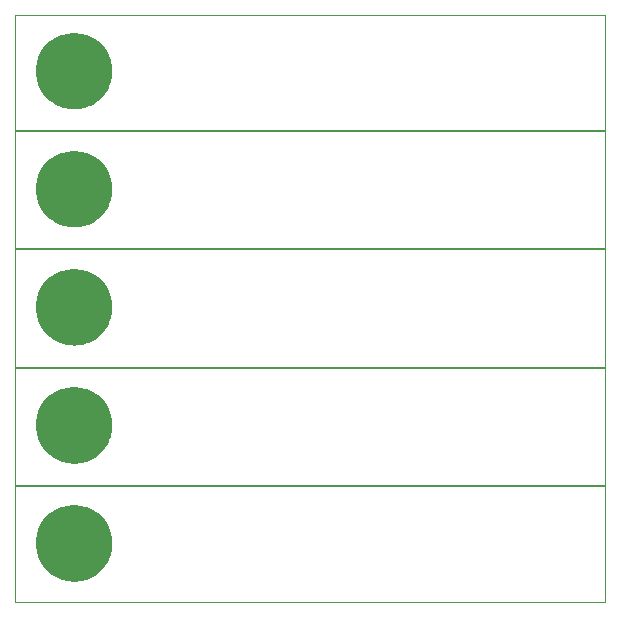
<source format=gbs>
G75*
G70*
%OFA0B0*%
%FSLAX24Y24*%
%IPPOS*%
%LPD*%
%AMOC8*
5,1,8,0,0,1.08239X$1,22.5*
%
%ADD10C,0.0000*%
%ADD11C,0.2540*%
%ADD12R,1.9685X0.0098*%
D10*
X000131Y000131D02*
X000131Y019718D01*
X019816Y019718D01*
X019816Y000131D01*
X000131Y000131D01*
X000850Y002100D02*
X000852Y002170D01*
X000858Y002240D01*
X000868Y002309D01*
X000881Y002378D01*
X000899Y002446D01*
X000920Y002513D01*
X000945Y002578D01*
X000974Y002642D01*
X001006Y002705D01*
X001042Y002765D01*
X001081Y002823D01*
X001123Y002879D01*
X001168Y002933D01*
X001216Y002984D01*
X001267Y003032D01*
X001321Y003077D01*
X001377Y003119D01*
X001435Y003158D01*
X001495Y003194D01*
X001558Y003226D01*
X001622Y003255D01*
X001687Y003280D01*
X001754Y003301D01*
X001822Y003319D01*
X001891Y003332D01*
X001960Y003342D01*
X002030Y003348D01*
X002100Y003350D01*
X002170Y003348D01*
X002240Y003342D01*
X002309Y003332D01*
X002378Y003319D01*
X002446Y003301D01*
X002513Y003280D01*
X002578Y003255D01*
X002642Y003226D01*
X002705Y003194D01*
X002765Y003158D01*
X002823Y003119D01*
X002879Y003077D01*
X002933Y003032D01*
X002984Y002984D01*
X003032Y002933D01*
X003077Y002879D01*
X003119Y002823D01*
X003158Y002765D01*
X003194Y002705D01*
X003226Y002642D01*
X003255Y002578D01*
X003280Y002513D01*
X003301Y002446D01*
X003319Y002378D01*
X003332Y002309D01*
X003342Y002240D01*
X003348Y002170D01*
X003350Y002100D01*
X003348Y002030D01*
X003342Y001960D01*
X003332Y001891D01*
X003319Y001822D01*
X003301Y001754D01*
X003280Y001687D01*
X003255Y001622D01*
X003226Y001558D01*
X003194Y001495D01*
X003158Y001435D01*
X003119Y001377D01*
X003077Y001321D01*
X003032Y001267D01*
X002984Y001216D01*
X002933Y001168D01*
X002879Y001123D01*
X002823Y001081D01*
X002765Y001042D01*
X002705Y001006D01*
X002642Y000974D01*
X002578Y000945D01*
X002513Y000920D01*
X002446Y000899D01*
X002378Y000881D01*
X002309Y000868D01*
X002240Y000858D01*
X002170Y000852D01*
X002100Y000850D01*
X002030Y000852D01*
X001960Y000858D01*
X001891Y000868D01*
X001822Y000881D01*
X001754Y000899D01*
X001687Y000920D01*
X001622Y000945D01*
X001558Y000974D01*
X001495Y001006D01*
X001435Y001042D01*
X001377Y001081D01*
X001321Y001123D01*
X001267Y001168D01*
X001216Y001216D01*
X001168Y001267D01*
X001123Y001321D01*
X001081Y001377D01*
X001042Y001435D01*
X001006Y001495D01*
X000974Y001558D01*
X000945Y001622D01*
X000920Y001687D01*
X000899Y001754D01*
X000881Y001822D01*
X000868Y001891D01*
X000858Y001960D01*
X000852Y002030D01*
X000850Y002100D01*
X000850Y006037D02*
X000852Y006107D01*
X000858Y006177D01*
X000868Y006246D01*
X000881Y006315D01*
X000899Y006383D01*
X000920Y006450D01*
X000945Y006515D01*
X000974Y006579D01*
X001006Y006642D01*
X001042Y006702D01*
X001081Y006760D01*
X001123Y006816D01*
X001168Y006870D01*
X001216Y006921D01*
X001267Y006969D01*
X001321Y007014D01*
X001377Y007056D01*
X001435Y007095D01*
X001495Y007131D01*
X001558Y007163D01*
X001622Y007192D01*
X001687Y007217D01*
X001754Y007238D01*
X001822Y007256D01*
X001891Y007269D01*
X001960Y007279D01*
X002030Y007285D01*
X002100Y007287D01*
X002170Y007285D01*
X002240Y007279D01*
X002309Y007269D01*
X002378Y007256D01*
X002446Y007238D01*
X002513Y007217D01*
X002578Y007192D01*
X002642Y007163D01*
X002705Y007131D01*
X002765Y007095D01*
X002823Y007056D01*
X002879Y007014D01*
X002933Y006969D01*
X002984Y006921D01*
X003032Y006870D01*
X003077Y006816D01*
X003119Y006760D01*
X003158Y006702D01*
X003194Y006642D01*
X003226Y006579D01*
X003255Y006515D01*
X003280Y006450D01*
X003301Y006383D01*
X003319Y006315D01*
X003332Y006246D01*
X003342Y006177D01*
X003348Y006107D01*
X003350Y006037D01*
X003348Y005967D01*
X003342Y005897D01*
X003332Y005828D01*
X003319Y005759D01*
X003301Y005691D01*
X003280Y005624D01*
X003255Y005559D01*
X003226Y005495D01*
X003194Y005432D01*
X003158Y005372D01*
X003119Y005314D01*
X003077Y005258D01*
X003032Y005204D01*
X002984Y005153D01*
X002933Y005105D01*
X002879Y005060D01*
X002823Y005018D01*
X002765Y004979D01*
X002705Y004943D01*
X002642Y004911D01*
X002578Y004882D01*
X002513Y004857D01*
X002446Y004836D01*
X002378Y004818D01*
X002309Y004805D01*
X002240Y004795D01*
X002170Y004789D01*
X002100Y004787D01*
X002030Y004789D01*
X001960Y004795D01*
X001891Y004805D01*
X001822Y004818D01*
X001754Y004836D01*
X001687Y004857D01*
X001622Y004882D01*
X001558Y004911D01*
X001495Y004943D01*
X001435Y004979D01*
X001377Y005018D01*
X001321Y005060D01*
X001267Y005105D01*
X001216Y005153D01*
X001168Y005204D01*
X001123Y005258D01*
X001081Y005314D01*
X001042Y005372D01*
X001006Y005432D01*
X000974Y005495D01*
X000945Y005559D01*
X000920Y005624D01*
X000899Y005691D01*
X000881Y005759D01*
X000868Y005828D01*
X000858Y005897D01*
X000852Y005967D01*
X000850Y006037D01*
X000850Y009974D02*
X000852Y010044D01*
X000858Y010114D01*
X000868Y010183D01*
X000881Y010252D01*
X000899Y010320D01*
X000920Y010387D01*
X000945Y010452D01*
X000974Y010516D01*
X001006Y010579D01*
X001042Y010639D01*
X001081Y010697D01*
X001123Y010753D01*
X001168Y010807D01*
X001216Y010858D01*
X001267Y010906D01*
X001321Y010951D01*
X001377Y010993D01*
X001435Y011032D01*
X001495Y011068D01*
X001558Y011100D01*
X001622Y011129D01*
X001687Y011154D01*
X001754Y011175D01*
X001822Y011193D01*
X001891Y011206D01*
X001960Y011216D01*
X002030Y011222D01*
X002100Y011224D01*
X002170Y011222D01*
X002240Y011216D01*
X002309Y011206D01*
X002378Y011193D01*
X002446Y011175D01*
X002513Y011154D01*
X002578Y011129D01*
X002642Y011100D01*
X002705Y011068D01*
X002765Y011032D01*
X002823Y010993D01*
X002879Y010951D01*
X002933Y010906D01*
X002984Y010858D01*
X003032Y010807D01*
X003077Y010753D01*
X003119Y010697D01*
X003158Y010639D01*
X003194Y010579D01*
X003226Y010516D01*
X003255Y010452D01*
X003280Y010387D01*
X003301Y010320D01*
X003319Y010252D01*
X003332Y010183D01*
X003342Y010114D01*
X003348Y010044D01*
X003350Y009974D01*
X003348Y009904D01*
X003342Y009834D01*
X003332Y009765D01*
X003319Y009696D01*
X003301Y009628D01*
X003280Y009561D01*
X003255Y009496D01*
X003226Y009432D01*
X003194Y009369D01*
X003158Y009309D01*
X003119Y009251D01*
X003077Y009195D01*
X003032Y009141D01*
X002984Y009090D01*
X002933Y009042D01*
X002879Y008997D01*
X002823Y008955D01*
X002765Y008916D01*
X002705Y008880D01*
X002642Y008848D01*
X002578Y008819D01*
X002513Y008794D01*
X002446Y008773D01*
X002378Y008755D01*
X002309Y008742D01*
X002240Y008732D01*
X002170Y008726D01*
X002100Y008724D01*
X002030Y008726D01*
X001960Y008732D01*
X001891Y008742D01*
X001822Y008755D01*
X001754Y008773D01*
X001687Y008794D01*
X001622Y008819D01*
X001558Y008848D01*
X001495Y008880D01*
X001435Y008916D01*
X001377Y008955D01*
X001321Y008997D01*
X001267Y009042D01*
X001216Y009090D01*
X001168Y009141D01*
X001123Y009195D01*
X001081Y009251D01*
X001042Y009309D01*
X001006Y009369D01*
X000974Y009432D01*
X000945Y009496D01*
X000920Y009561D01*
X000899Y009628D01*
X000881Y009696D01*
X000868Y009765D01*
X000858Y009834D01*
X000852Y009904D01*
X000850Y009974D01*
X000850Y013911D02*
X000852Y013981D01*
X000858Y014051D01*
X000868Y014120D01*
X000881Y014189D01*
X000899Y014257D01*
X000920Y014324D01*
X000945Y014389D01*
X000974Y014453D01*
X001006Y014516D01*
X001042Y014576D01*
X001081Y014634D01*
X001123Y014690D01*
X001168Y014744D01*
X001216Y014795D01*
X001267Y014843D01*
X001321Y014888D01*
X001377Y014930D01*
X001435Y014969D01*
X001495Y015005D01*
X001558Y015037D01*
X001622Y015066D01*
X001687Y015091D01*
X001754Y015112D01*
X001822Y015130D01*
X001891Y015143D01*
X001960Y015153D01*
X002030Y015159D01*
X002100Y015161D01*
X002170Y015159D01*
X002240Y015153D01*
X002309Y015143D01*
X002378Y015130D01*
X002446Y015112D01*
X002513Y015091D01*
X002578Y015066D01*
X002642Y015037D01*
X002705Y015005D01*
X002765Y014969D01*
X002823Y014930D01*
X002879Y014888D01*
X002933Y014843D01*
X002984Y014795D01*
X003032Y014744D01*
X003077Y014690D01*
X003119Y014634D01*
X003158Y014576D01*
X003194Y014516D01*
X003226Y014453D01*
X003255Y014389D01*
X003280Y014324D01*
X003301Y014257D01*
X003319Y014189D01*
X003332Y014120D01*
X003342Y014051D01*
X003348Y013981D01*
X003350Y013911D01*
X003348Y013841D01*
X003342Y013771D01*
X003332Y013702D01*
X003319Y013633D01*
X003301Y013565D01*
X003280Y013498D01*
X003255Y013433D01*
X003226Y013369D01*
X003194Y013306D01*
X003158Y013246D01*
X003119Y013188D01*
X003077Y013132D01*
X003032Y013078D01*
X002984Y013027D01*
X002933Y012979D01*
X002879Y012934D01*
X002823Y012892D01*
X002765Y012853D01*
X002705Y012817D01*
X002642Y012785D01*
X002578Y012756D01*
X002513Y012731D01*
X002446Y012710D01*
X002378Y012692D01*
X002309Y012679D01*
X002240Y012669D01*
X002170Y012663D01*
X002100Y012661D01*
X002030Y012663D01*
X001960Y012669D01*
X001891Y012679D01*
X001822Y012692D01*
X001754Y012710D01*
X001687Y012731D01*
X001622Y012756D01*
X001558Y012785D01*
X001495Y012817D01*
X001435Y012853D01*
X001377Y012892D01*
X001321Y012934D01*
X001267Y012979D01*
X001216Y013027D01*
X001168Y013078D01*
X001123Y013132D01*
X001081Y013188D01*
X001042Y013246D01*
X001006Y013306D01*
X000974Y013369D01*
X000945Y013433D01*
X000920Y013498D01*
X000899Y013565D01*
X000881Y013633D01*
X000868Y013702D01*
X000858Y013771D01*
X000852Y013841D01*
X000850Y013911D01*
X000850Y017848D02*
X000852Y017918D01*
X000858Y017988D01*
X000868Y018057D01*
X000881Y018126D01*
X000899Y018194D01*
X000920Y018261D01*
X000945Y018326D01*
X000974Y018390D01*
X001006Y018453D01*
X001042Y018513D01*
X001081Y018571D01*
X001123Y018627D01*
X001168Y018681D01*
X001216Y018732D01*
X001267Y018780D01*
X001321Y018825D01*
X001377Y018867D01*
X001435Y018906D01*
X001495Y018942D01*
X001558Y018974D01*
X001622Y019003D01*
X001687Y019028D01*
X001754Y019049D01*
X001822Y019067D01*
X001891Y019080D01*
X001960Y019090D01*
X002030Y019096D01*
X002100Y019098D01*
X002170Y019096D01*
X002240Y019090D01*
X002309Y019080D01*
X002378Y019067D01*
X002446Y019049D01*
X002513Y019028D01*
X002578Y019003D01*
X002642Y018974D01*
X002705Y018942D01*
X002765Y018906D01*
X002823Y018867D01*
X002879Y018825D01*
X002933Y018780D01*
X002984Y018732D01*
X003032Y018681D01*
X003077Y018627D01*
X003119Y018571D01*
X003158Y018513D01*
X003194Y018453D01*
X003226Y018390D01*
X003255Y018326D01*
X003280Y018261D01*
X003301Y018194D01*
X003319Y018126D01*
X003332Y018057D01*
X003342Y017988D01*
X003348Y017918D01*
X003350Y017848D01*
X003348Y017778D01*
X003342Y017708D01*
X003332Y017639D01*
X003319Y017570D01*
X003301Y017502D01*
X003280Y017435D01*
X003255Y017370D01*
X003226Y017306D01*
X003194Y017243D01*
X003158Y017183D01*
X003119Y017125D01*
X003077Y017069D01*
X003032Y017015D01*
X002984Y016964D01*
X002933Y016916D01*
X002879Y016871D01*
X002823Y016829D01*
X002765Y016790D01*
X002705Y016754D01*
X002642Y016722D01*
X002578Y016693D01*
X002513Y016668D01*
X002446Y016647D01*
X002378Y016629D01*
X002309Y016616D01*
X002240Y016606D01*
X002170Y016600D01*
X002100Y016598D01*
X002030Y016600D01*
X001960Y016606D01*
X001891Y016616D01*
X001822Y016629D01*
X001754Y016647D01*
X001687Y016668D01*
X001622Y016693D01*
X001558Y016722D01*
X001495Y016754D01*
X001435Y016790D01*
X001377Y016829D01*
X001321Y016871D01*
X001267Y016916D01*
X001216Y016964D01*
X001168Y017015D01*
X001123Y017069D01*
X001081Y017125D01*
X001042Y017183D01*
X001006Y017243D01*
X000974Y017306D01*
X000945Y017370D01*
X000920Y017435D01*
X000899Y017502D01*
X000881Y017570D01*
X000868Y017639D01*
X000858Y017708D01*
X000852Y017778D01*
X000850Y017848D01*
D11*
X002100Y017848D03*
X002100Y013911D03*
X002100Y009974D03*
X002100Y006037D03*
X002100Y002100D03*
D12*
X009974Y004019D03*
X009974Y007956D03*
X009974Y011893D03*
X009974Y015830D03*
M02*

</source>
